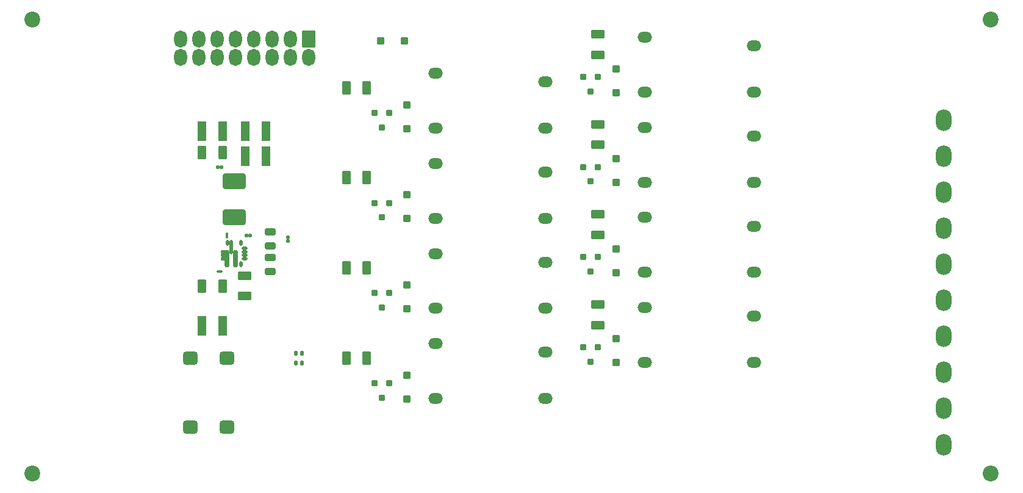
<source format=gbr>
G04 --- HEADER BEGIN --- *
G04 #@! TF.GenerationSoftware,LibrePCB,LibrePCB,1.0.0*
G04 #@! TF.CreationDate,2024-04-28T16:03:24*
G04 #@! TF.ProjectId,OSm Thermal,b11a65fa-6c4c-431c-8545-341aca355aaf,v1.5*
G04 #@! TF.Part,Single*
G04 #@! TF.SameCoordinates*
G04 #@! TF.FileFunction,Soldermask,Top*
G04 #@! TF.FilePolarity,Negative*
%FSLAX66Y66*%
%MOMM*%
G01*
G75*
G04 --- HEADER END --- *
G04 --- APERTURE LIST BEGIN --- *
%ADD10O,2.0X1.5*%
%AMROUNDEDRECT11*20,1,1.1,-0.225,0.0,0.225,0.0,0.0*20,1,0.45,-0.55,0.0,0.55,0.0,0.0*1,1,0.65,-0.225,0.225*1,1,0.65,0.225,0.225*1,1,0.65,0.225,-0.225*1,1,0.65,-0.225,-0.225*%
%ADD11ROUNDEDRECT11*%
%AMROUNDEDRECT12*20,1,2.2,-1.25,0.0,1.25,0.0,0.0*20,1,1.5,-1.6,0.0,1.6,0.0,0.0*1,1,0.7,-1.25,0.75*1,1,0.7,1.25,0.75*1,1,0.7,1.25,-0.75*1,1,0.7,-1.25,-0.75*%
%ADD12ROUNDEDRECT12*%
%AMROUNDEDRECT13*20,1,0.45,-0.2375,0.0,0.2375,0.0,0.0*20,1,0.125,-0.4,0.0,0.4,0.0,0.0*1,1,0.325,-0.2375,0.0625*1,1,0.325,0.2375,0.0625*1,1,0.325,0.2375,-0.0625*1,1,0.325,-0.2375,-0.0625*%
%ADD13ROUNDEDRECT13*%
%AMROUNDEDRECT14*20,1,0.45,-0.2375,0.0,0.2375,0.0,90.0*20,1,0.125,-0.4,0.0,0.4,0.0,90.0*1,1,0.325,-0.0625,-0.2375*1,1,0.325,-0.0625,0.2375*1,1,0.325,0.0625,0.2375*1,1,0.325,0.0625,-0.2375*%
%ADD14ROUNDEDRECT14*%
%AMROUNDEDRECT15*20,1,0.45,-0.2875,0.0,0.2875,0.0,0.0*20,1,0.125,-0.45,0.0,0.45,0.0,0.0*1,1,0.325,-0.2875,0.0625*1,1,0.325,0.2875,0.0625*1,1,0.325,0.2875,-0.0625*1,1,0.325,-0.2875,-0.0625*%
%ADD15ROUNDEDRECT15*%
%AMOUTLINE16*4,1,32,0.125881,-1.196593,0.175881,-1.183196,0.220711,-1.157314,0.257314,-1.120711,0.283196,-1.075881,0.296593,-1.025881,0.3,-1.0,0.3,1.0,0.296593,1.025881,0.283196,1.075881,0.257314,1.120711,0.220711,1.157314,0.175881,1.183196,0.125881,1.196593,0.1,1.2,-0.1,1.2,-0.125881,1.196593,-0.175881,1.183196,-0.220711,1.157314,-0.257314,1.120711,-0.283196,1.075881,-0.296593,1.025881,-0.3,1.0,-0.3,-1.0,-0.296593,-1.025881,-0.283196,-1.075881,-0.257314,-1.120711,-0.220711,-1.157314,-0.175881,-1.183196,-0.125881,-1.196593,-0.1,-1.2,0.1,-1.2,0.125881,-1.196593,180.0*%
%ADD16OUTLINE16*%
%AMROUNDEDRECT17*20,1,0.45,-0.8375,0.0,0.8375,0.0,90.0*20,1,0.125,-1.0,0.0,1.0,0.0,90.0*1,1,0.325,-0.0625,-0.8375*1,1,0.325,-0.0625,0.8375*1,1,0.325,0.0625,0.8375*1,1,0.325,0.0625,-0.8375*%
%ADD17ROUNDEDRECT17*%
%AMROUNDEDRECT18*20,1,0.6,-1.0,0.0,1.0,0.0,90.0*20,1,0.2,-1.2,0.0,1.2,0.0,90.0*1,1,0.4,-0.1,-1.0*1,1,0.4,-0.1,1.0*1,1,0.4,0.1,1.0*1,1,0.4,0.1,-1.0*%
%ADD18ROUNDEDRECT18*%
%AMROUNDEDRECT19*20,1,0.95,-0.625,0.0,0.625,0.0,0.0*20,1,0.75,-0.725,0.0,0.725,0.0,0.0*1,1,0.2,-0.625,0.375*1,1,0.2,0.625,0.375*1,1,0.2,0.625,-0.375*1,1,0.2,-0.625,-0.375*%
%ADD19ROUNDEDRECT19*%
%AMROUNDEDRECT20*20,1,1.25,-0.8,0.0,0.8,0.0,0.0*20,1,1.05,-0.9,0.0,0.9,0.0,0.0*1,1,0.2,-0.8,0.525*1,1,0.2,0.8,0.525*1,1,0.2,0.8,-0.525*1,1,0.2,-0.8,-0.525*%
%ADD20ROUNDEDRECT20*%
%AMROUNDEDRECT21*20,1,0.4,-0.1125,0.0,0.1125,0.0,0.0*20,1,0.2,-0.2125,0.0,0.2125,0.0,0.0*1,1,0.2,-0.1125,0.1*1,1,0.2,0.1125,0.1*1,1,0.2,0.1125,-0.1*1,1,0.2,-0.1125,-0.1*%
%ADD21ROUNDEDRECT21*%
%AMROUNDEDRECT22*20,1,1.25,-0.8,0.0,0.8,0.0,90.0*20,1,1.05,-0.9,0.0,0.9,0.0,90.0*1,1,0.2,-0.525,-0.8*1,1,0.2,-0.525,0.8*1,1,0.2,0.525,0.8*1,1,0.2,0.525,-0.8*%
%ADD22ROUNDEDRECT22*%
%AMROUNDEDRECT23*20,1,1.25,-1.25,0.0,1.25,0.0,90.0*20,1,1.05,-1.35,0.0,1.35,0.0,90.0*1,1,0.2,-0.525,-1.25*1,1,0.2,-0.525,1.25*1,1,0.2,0.525,1.25*1,1,0.2,0.525,-1.25*%
%ADD23ROUNDEDRECT23*%
%AMROUNDEDRECT24*20,1,0.9,-0.175,0.0,0.175,0.0,0.0*20,1,0.35,-0.45,0.0,0.45,0.0,0.0*1,1,0.55,-0.175,0.175*1,1,0.55,0.175,0.175*1,1,0.55,0.175,-0.175*1,1,0.55,-0.175,-0.175*%
%ADD24ROUNDEDRECT24*%
%AMROUNDEDRECT25*20,1,1.8,-0.652,0.0,0.652,0.0,0.0*20,1,1.104,-1.0,0.0,1.0,0.0,0.0*1,1,0.696,-0.652,0.552*1,1,0.696,0.652,0.552*1,1,0.696,0.652,-0.552*1,1,0.696,-0.652,-0.552*%
%ADD25ROUNDEDRECT25*%
%AMROUNDEDRECT26*20,1,0.5,-0.15,0.0,0.15,0.0,0.0*20,1,0.3,-0.25,0.0,0.25,0.0,0.0*1,1,0.2,-0.15,0.15*1,1,0.2,0.15,0.15*1,1,0.2,0.15,-0.15*1,1,0.2,-0.15,-0.15*%
%ADD26ROUNDEDRECT26*%
%AMROUNDEDRECT27*20,1,0.4,-0.1125,0.0,0.1125,0.0,90.0*20,1,0.2,-0.2125,0.0,0.2125,0.0,90.0*1,1,0.2,-0.1,-0.1125*1,1,0.2,-0.1,0.1125*1,1,0.2,0.1,0.1125*1,1,0.2,0.1,-0.1125*%
%ADD27ROUNDEDRECT27*%
%ADD28O,1.787X2.39*%
%AMROUNDEDRECT29*20,1,1.787,-1.095,0.0,1.095,0.0,90.0*20,1,1.587,-1.195,0.0,1.195,0.0,90.0*1,1,0.2,-0.7935,-1.095*1,1,0.2,-0.7935,1.095*1,1,0.2,0.7935,1.095*1,1,0.2,0.7935,-1.095*%
%ADD29ROUNDEDRECT29*%
%AMROUNDEDRECT30*20,1,0.5,-0.175,0.0,0.175,0.0,90.0*20,1,0.15,-0.35,0.0,0.35,0.0,90.0*1,1,0.35,-0.075,-0.175*1,1,0.35,-0.075,0.175*1,1,0.35,0.075,0.175*1,1,0.35,0.075,-0.175*%
%ADD30ROUNDEDRECT30*%
%ADD31O,2.2X3.0*%
%ADD32C,2.2*%
G04 --- APERTURE LIST END --- *
G04 --- BOARD BEGIN --- *
D10*
G04 #@! TO.C,K1*
X74700000Y-49700000D03*
X59500000Y-48500000D03*
X74700000Y-56100000D03*
X59500000Y-56100000D03*
D11*
G04 #@! TO.C,D6*
X84500000Y-47850000D03*
X84500000Y-51150000D03*
D12*
G04 #@! TO.C,L1*
X31500000Y-31000000D03*
X31500000Y-26000000D03*
D11*
G04 #@! TO.C,D7*
X84500000Y-35350000D03*
X84500000Y-38650000D03*
G04 #@! TO.C,D9*
X84500000Y-10350000D03*
X84500000Y-13650000D03*
D13*
G04 #@! TO.C,U1*
X33000000Y-35750000D03*
D14*
X32500000Y-37500000D03*
X32500000Y-34500000D03*
D15*
X30050000Y-36250000D03*
D14*
X30600000Y-34500000D03*
D13*
X33000000Y-35250000D03*
D16*
X30500000Y-36700000D03*
D13*
X33000000Y-36250000D03*
X33000000Y-36750000D03*
D17*
X31100000Y-35100000D03*
D15*
X30050000Y-35750000D03*
D18*
X31700000Y-36700000D03*
D15*
X30050000Y-36750000D03*
D19*
G04 #@! TO.C,R2*
X36500000Y-34975000D03*
X36500000Y-33025000D03*
D20*
G04 #@! TO.C,R10*
X82000000Y-20925000D03*
X82000000Y-18075000D03*
D21*
G04 #@! TO.C,C5*
X29688000Y-38500000D03*
X29312000Y-38500000D03*
D22*
G04 #@! TO.C,C4*
X29925000Y-40500000D03*
X27075000Y-40500000D03*
D23*
G04 #@! TO.C,C7*
X27075000Y-19000000D03*
X29925000Y-19000000D03*
D19*
G04 #@! TO.C,R3*
X36500000Y-38475000D03*
X36500000Y-36525000D03*
D24*
G04 #@! TO.C,Q2*
X53000000Y-41500000D03*
X51000000Y-41500000D03*
X52000000Y-43500000D03*
D20*
G04 #@! TO.C,R1*
X33000000Y-39075000D03*
X33000000Y-41925000D03*
D23*
G04 #@! TO.C,C3*
X29925000Y-46000000D03*
X27075000Y-46000000D03*
D25*
G04 #@! TO.C,BR1*
X25400000Y-60100000D03*
X30500000Y-50500000D03*
X25400000Y-50500000D03*
X30500000Y-60100000D03*
D22*
G04 #@! TO.C,R5*
X49925000Y-38000000D03*
X47075000Y-38000000D03*
D10*
G04 #@! TO.C,K2*
X74700000Y-37200000D03*
X59500000Y-36000000D03*
X74700000Y-43600000D03*
X59500000Y-43600000D03*
G04 #@! TO.C,K5*
X103700000Y-44700000D03*
X88500000Y-43500000D03*
X103700000Y-51100000D03*
X88500000Y-51100000D03*
G04 #@! TO.C,K4*
X74700000Y-12200000D03*
X59500000Y-11000000D03*
X74700000Y-18600000D03*
X59500000Y-18600000D03*
D24*
G04 #@! TO.C,Q5*
X82000000Y-49000000D03*
X80000000Y-49000000D03*
X81000000Y-51000000D03*
D26*
G04 #@! TO.C,C1*
X33750000Y-33500000D03*
X33250000Y-33500000D03*
G04 #@! TO.C,C10*
X29250000Y-24000000D03*
X29750000Y-24000000D03*
D11*
G04 #@! TO.C,D3*
X55500000Y-40350000D03*
X55500000Y-43650000D03*
D10*
G04 #@! TO.C,K6*
X103700000Y-32200000D03*
X88500000Y-31000000D03*
X103700000Y-38600000D03*
X88500000Y-38600000D03*
G04 #@! TO.C,K3*
X74700000Y-24700000D03*
X59500000Y-23500000D03*
X74700000Y-31100000D03*
X59500000Y-31100000D03*
D27*
G04 #@! TO.C,C2*
X30500000Y-33688000D03*
X30500000Y-33312000D03*
D11*
G04 #@! TO.C,D2*
X55500000Y-52850000D03*
X55500000Y-56150000D03*
D28*
G04 #@! TO.C,J2*
X24110000Y-6230000D03*
X29190000Y-8770000D03*
X39350000Y-8770000D03*
X26650000Y-6230000D03*
X24110000Y-8770000D03*
X31730000Y-8770000D03*
X26650000Y-8770000D03*
X29190000Y-6230000D03*
X36810000Y-6230000D03*
X34270000Y-8770000D03*
X31730000Y-6230000D03*
D29*
X41890000Y-6230000D03*
D28*
X41890000Y-8770000D03*
X34270000Y-6230000D03*
X39350000Y-6230000D03*
X36810000Y-8770000D03*
D24*
G04 #@! TO.C,Q4*
X53000000Y-16500000D03*
X51000000Y-16500000D03*
X52000000Y-18500000D03*
D11*
G04 #@! TO.C,D8*
X84500000Y-22850000D03*
X84500000Y-26150000D03*
D22*
G04 #@! TO.C,R4*
X49925000Y-50500000D03*
X47075000Y-50500000D03*
D24*
G04 #@! TO.C,Q8*
X82000000Y-11500000D03*
X80000000Y-11500000D03*
X81000000Y-13500000D03*
D22*
G04 #@! TO.C,R7*
X49925000Y-13000000D03*
X47075000Y-13000000D03*
D24*
G04 #@! TO.C,Q3*
X53000000Y-29000000D03*
X51000000Y-29000000D03*
X52000000Y-31000000D03*
D22*
G04 #@! TO.C,C6*
X27075000Y-22000000D03*
X29925000Y-22000000D03*
D20*
G04 #@! TO.C,R11*
X82000000Y-8425000D03*
X82000000Y-5575000D03*
G04 #@! TO.C,R8*
X82000000Y-45925000D03*
X82000000Y-43075000D03*
D11*
G04 #@! TO.C,D4*
X55500000Y-27850000D03*
X55500000Y-31150000D03*
D24*
G04 #@! TO.C,Q1*
X53000000Y-54000000D03*
X51000000Y-54000000D03*
X52000000Y-56000000D03*
D30*
G04 #@! TO.C,U2*
X40900000Y-51200000D03*
X40900000Y-49800000D03*
X40100000Y-49800000D03*
X40100000Y-51200000D03*
D24*
G04 #@! TO.C,Q7*
X82000000Y-24000000D03*
X80000000Y-24000000D03*
X81000000Y-26000000D03*
D31*
G04 #@! TO.C,J1*
X130000000Y-57500000D03*
X130000000Y-47500000D03*
X130000000Y-37500000D03*
X130000000Y-52500000D03*
X130000000Y-32500000D03*
X130000000Y-17500000D03*
X130000000Y-27500000D03*
X130000000Y-22500000D03*
X130000000Y-62500000D03*
X130000000Y-42500000D03*
D22*
G04 #@! TO.C,R6*
X49925000Y-25500000D03*
X47075000Y-25500000D03*
D20*
G04 #@! TO.C,R9*
X82000000Y-33425000D03*
X82000000Y-30575000D03*
D23*
G04 #@! TO.C,C9*
X35925000Y-22500000D03*
X33075000Y-22500000D03*
D11*
G04 #@! TO.C,D5*
X55500000Y-15350000D03*
X55500000Y-18650000D03*
D26*
G04 #@! TO.C,C11*
X39000000Y-34250000D03*
X39000000Y-33750000D03*
D23*
G04 #@! TO.C,C8*
X35925000Y-19000000D03*
X33075000Y-19000000D03*
D10*
G04 #@! TO.C,K7*
X103700000Y-19700000D03*
X88500000Y-18500000D03*
X103700000Y-26100000D03*
X88500000Y-26100000D03*
G04 #@! TO.C,K8*
X103700000Y-7200000D03*
X88500000Y-6000000D03*
X103700000Y-13600000D03*
X88500000Y-13600000D03*
D24*
G04 #@! TO.C,Q6*
X82000000Y-36500000D03*
X80000000Y-36500000D03*
X81000000Y-38500000D03*
D11*
G04 #@! TO.C,D1*
X55150000Y-6500000D03*
X51850000Y-6500000D03*
D32*
G04 #@! TD*
X3500000Y-66500000D03*
X136500000Y-66500000D03*
X3500000Y-3500000D03*
X136500000Y-3500000D03*
G04 --- BOARD END --- *
G04 #@! TF.MD5,5680274df83284d4885e40f7df7d956b*
M02*

</source>
